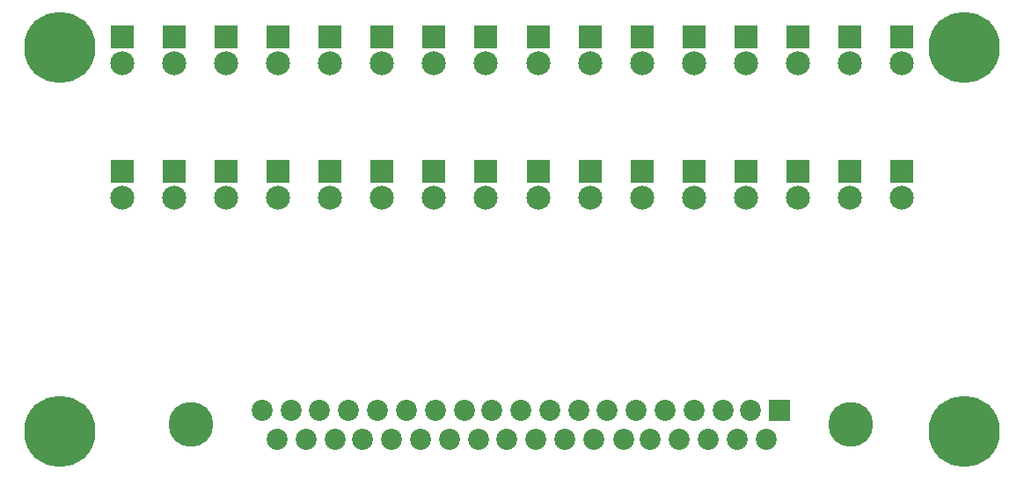
<source format=gts>
G04 #@! TF.FileFunction,Soldermask,Top*
%FSLAX46Y46*%
G04 Gerber Fmt 4.6, Leading zero omitted, Abs format (unit mm)*
G04 Created by KiCad (PCBNEW (after 2015-mar-04 BZR unknown)-product) date 5/25/2017 2:16:54 PM*
%MOMM*%
G01*
G04 APERTURE LIST*
%ADD10C,0.150000*%
%ADD11R,2.308000X2.308000*%
%ADD12C,2.308000*%
%ADD13C,4.318000*%
%ADD14R,2.028000X2.028000*%
%ADD15C,2.028000*%
%ADD16C,6.858000*%
G04 APERTURE END LIST*
D10*
D11*
X107000000Y-39000000D03*
D12*
X107000000Y-41540000D03*
D11*
X107000000Y-52000000D03*
D12*
X107000000Y-54540000D03*
D11*
X112000000Y-39000000D03*
D12*
X112000000Y-41540000D03*
D11*
X112000000Y-52000000D03*
D12*
X112000000Y-54540000D03*
D11*
X117000000Y-39000000D03*
D12*
X117000000Y-41540000D03*
D11*
X117000000Y-52000000D03*
D12*
X117000000Y-54540000D03*
D11*
X122000000Y-39000000D03*
D12*
X122000000Y-41540000D03*
D11*
X122000000Y-52000000D03*
D12*
X122000000Y-54540000D03*
D11*
X127000000Y-39000000D03*
D12*
X127000000Y-41540000D03*
D11*
X127000000Y-52000000D03*
D12*
X127000000Y-54540000D03*
D11*
X132000000Y-39000000D03*
D12*
X132000000Y-41540000D03*
D11*
X132000000Y-52000000D03*
D12*
X132000000Y-54540000D03*
D11*
X137000000Y-39000000D03*
D12*
X137000000Y-41540000D03*
D11*
X137000000Y-52000000D03*
D12*
X137000000Y-54540000D03*
D11*
X142000000Y-39000000D03*
D12*
X142000000Y-41540000D03*
D11*
X142000000Y-52000000D03*
D12*
X142000000Y-54540000D03*
D13*
X137110000Y-76400000D03*
X73610000Y-76400000D03*
D14*
X130250000Y-75000000D03*
D15*
X127460000Y-75000000D03*
X124790000Y-75000000D03*
X122000000Y-75000000D03*
X119200000Y-75000000D03*
X116410000Y-75000000D03*
X113610000Y-75000000D03*
X110950000Y-75000000D03*
X108150000Y-75000000D03*
X105360000Y-75000000D03*
X102560000Y-75000000D03*
X99900000Y-75000000D03*
X97100000Y-75000000D03*
X94310000Y-75000000D03*
X91520000Y-75000000D03*
X88720000Y-75000000D03*
X85930000Y-75000000D03*
X83260000Y-75000000D03*
X80470000Y-75000000D03*
X128980000Y-77790000D03*
X126190000Y-77790000D03*
X123390000Y-77790000D03*
X120600000Y-77790000D03*
X117800000Y-77790000D03*
X115260000Y-77790000D03*
X112340000Y-77790000D03*
X109550000Y-77790000D03*
X106750000Y-77790000D03*
X103960000Y-77790000D03*
X101290000Y-77790000D03*
X98500000Y-77790000D03*
X95710000Y-77790000D03*
X92910000Y-77790000D03*
X90120000Y-77790000D03*
X87450000Y-77790000D03*
X84660000Y-77790000D03*
X81860000Y-77790000D03*
D11*
X67000000Y-39000000D03*
D12*
X67000000Y-41540000D03*
D11*
X67000000Y-52000000D03*
D12*
X67000000Y-54540000D03*
D11*
X72000000Y-39000000D03*
D12*
X72000000Y-41540000D03*
D11*
X72000000Y-52000000D03*
D12*
X72000000Y-54540000D03*
D11*
X77000000Y-39000000D03*
D12*
X77000000Y-41540000D03*
D11*
X77000000Y-52000000D03*
D12*
X77000000Y-54540000D03*
D11*
X82000000Y-39000000D03*
D12*
X82000000Y-41540000D03*
D11*
X82000000Y-52000000D03*
D12*
X82000000Y-54540000D03*
D11*
X87000000Y-39000000D03*
D12*
X87000000Y-41540000D03*
D11*
X87000000Y-52000000D03*
D12*
X87000000Y-54540000D03*
D11*
X92000000Y-39000000D03*
D12*
X92000000Y-41540000D03*
D11*
X92000000Y-52000000D03*
D12*
X92000000Y-54540000D03*
D11*
X97000000Y-39000000D03*
D12*
X97000000Y-41540000D03*
D11*
X97000000Y-52000000D03*
D12*
X97000000Y-54540000D03*
D11*
X102000000Y-39000000D03*
D12*
X102000000Y-41540000D03*
D11*
X102000000Y-52000000D03*
D12*
X102000000Y-54540000D03*
D16*
X61000000Y-40000000D03*
X148000000Y-40000000D03*
X61000000Y-77000000D03*
X148000000Y-77000000D03*
M02*

</source>
